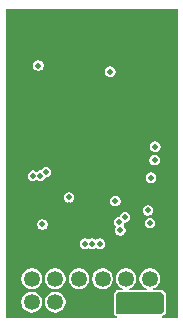
<source format=gbr>
%TF.GenerationSoftware,KiCad,Pcbnew,9.0.4-9.0.4-0~ubuntu22.04.1*%
%TF.CreationDate,2025-08-28T19:05:07+08:00*%
%TF.ProjectId,LoRa-TW,4c6f5261-2d54-4572-9e6b-696361645f70,0.1*%
%TF.SameCoordinates,Original*%
%TF.FileFunction,Copper,L2,Inr*%
%TF.FilePolarity,Positive*%
%FSLAX46Y46*%
G04 Gerber Fmt 4.6, Leading zero omitted, Abs format (unit mm)*
G04 Created by KiCad (PCBNEW 9.0.4-9.0.4-0~ubuntu22.04.1) date 2025-08-28 19:05:07*
%MOMM*%
%LPD*%
G01*
G04 APERTURE LIST*
%TA.AperFunction,ComponentPad*%
%ADD10R,1.350000X1.350000*%
%TD*%
%TA.AperFunction,ComponentPad*%
%ADD11C,1.350000*%
%TD*%
%TA.AperFunction,ViaPad*%
%ADD12C,0.500000*%
%TD*%
%TA.AperFunction,ViaPad*%
%ADD13C,0.480000*%
%TD*%
%TA.AperFunction,Conductor*%
%ADD14C,0.200000*%
%TD*%
G04 APERTURE END LIST*
D10*
%TO.N,VDD*%
%TO.C,J2*%
X159480000Y-112760000D03*
D11*
%TO.N,Net-(J2-Pin_2)*%
X159480000Y-110760000D03*
%TO.N,VDD*%
X157480000Y-112760000D03*
%TO.N,Net-(J2-Pin_4)*%
X157480000Y-110760000D03*
%TO.N,GND*%
X155480000Y-112760000D03*
%TO.N,Net-(J2-Pin_6)*%
X155480000Y-110760000D03*
%TO.N,GND*%
X153480000Y-112760000D03*
%TO.N,Net-(J2-Pin_8)*%
X153480000Y-110760000D03*
%TO.N,Net-(J2-Pin_9)*%
X151480000Y-112760000D03*
%TO.N,Net-(J2-Pin_10)*%
X151480000Y-110760000D03*
%TO.N,/MCU_ANT_{SW}*%
X149480000Y-112760000D03*
%TO.N,Net-(J2-Pin_12)*%
X149480000Y-110760000D03*
%TD*%
D12*
%TO.N,GND*%
X154450000Y-95950000D03*
X161570000Y-96780000D03*
X147570000Y-96780000D03*
X160550000Y-93980000D03*
X152570000Y-88180000D03*
X147570000Y-113830000D03*
X154270000Y-102830000D03*
X157470000Y-94030000D03*
X157270000Y-88170000D03*
X161000000Y-91890000D03*
X152980000Y-92080000D03*
X152580000Y-108780000D03*
X157090251Y-104979765D03*
X153800000Y-105980000D03*
X159325000Y-88320000D03*
X161580000Y-108780000D03*
X158220000Y-88150000D03*
X154160000Y-92560000D03*
X148580000Y-100820000D03*
X160580000Y-97730000D03*
X154640000Y-93430000D03*
X148580000Y-95580000D03*
X147570000Y-98780000D03*
X150520000Y-89940000D03*
X156090000Y-98620000D03*
X160500000Y-101650000D03*
X148670000Y-104570000D03*
X148670000Y-108780000D03*
X149580000Y-89950000D03*
X148760000Y-107320000D03*
X158280000Y-93030000D03*
X154030000Y-104960000D03*
X151570000Y-108780000D03*
X150610000Y-90950000D03*
X150340000Y-100450000D03*
X150010000Y-95700000D03*
X148990000Y-93800000D03*
X156190000Y-94310000D03*
X153340000Y-92750000D03*
X147570000Y-94780000D03*
X155330000Y-102850000D03*
X161570000Y-101840000D03*
X157110000Y-108780000D03*
X160170000Y-88880000D03*
X154070000Y-88740000D03*
X155540000Y-101000000D03*
X149570000Y-89020000D03*
X153380000Y-98470000D03*
X147570000Y-95770000D03*
X158830000Y-106060000D03*
X154782500Y-103290000D03*
X158370000Y-96510000D03*
X149520000Y-99930000D03*
X156310000Y-94980000D03*
X150215000Y-99545000D03*
X147570000Y-108780000D03*
X156150000Y-113830000D03*
X159420000Y-96480000D03*
X154480000Y-112760000D03*
X149972752Y-94475128D03*
X147570000Y-91790000D03*
X148540000Y-89920000D03*
X161580000Y-95770000D03*
X151741887Y-106517996D03*
X148660000Y-102770000D03*
X158380000Y-97760000D03*
X153400000Y-89440000D03*
X149110000Y-109570000D03*
X154782500Y-102270125D03*
X149580000Y-108780000D03*
X149580000Y-90800000D03*
X154480000Y-113830000D03*
X150030000Y-109220000D03*
X147570000Y-93790000D03*
X153180000Y-97410000D03*
X158100000Y-91040000D03*
X151680000Y-107087600D03*
X151460000Y-106000000D03*
X157460000Y-97370000D03*
X154300000Y-89440000D03*
X154040000Y-103560000D03*
X151610000Y-91030000D03*
X158220000Y-105210000D03*
X150485033Y-104040000D03*
X148530000Y-90800000D03*
X159325000Y-91890000D03*
X154040000Y-95060000D03*
X156530000Y-104840000D03*
X157270000Y-89190000D03*
X159325000Y-88880000D03*
X155880000Y-101540000D03*
X149350000Y-100550000D03*
X156610000Y-90680000D03*
X160510000Y-100200000D03*
X154782500Y-101300000D03*
X161570000Y-102790000D03*
X148600000Y-94610000D03*
X153340000Y-94040000D03*
X152520000Y-92560000D03*
X161570000Y-100770000D03*
X147570000Y-103770000D03*
X149570000Y-88180000D03*
X149800000Y-96540000D03*
X150530000Y-89020000D03*
X160162500Y-88320000D03*
X153768683Y-107087600D03*
X149985165Y-105287015D03*
X158120000Y-89100000D03*
X153520000Y-102980000D03*
X161570000Y-106770000D03*
X153740000Y-97060000D03*
X149990000Y-93920000D03*
X153780000Y-102300000D03*
X147570000Y-110520000D03*
X154290000Y-101790000D03*
X159325000Y-91280000D03*
X155400000Y-94230000D03*
X158490000Y-110150000D03*
X160570000Y-108780000D03*
X155580000Y-108780000D03*
X161000000Y-88320000D03*
X160560000Y-95230000D03*
X150450000Y-111710000D03*
X161610000Y-113830000D03*
X147570000Y-92780000D03*
X150450000Y-113780000D03*
X147570000Y-99780000D03*
X147570000Y-106780000D03*
X152550000Y-113790000D03*
X147570000Y-100780000D03*
X160162500Y-91890000D03*
X156510000Y-91350000D03*
X147570000Y-97780000D03*
X154570000Y-88190000D03*
X161610000Y-110520000D03*
X159420000Y-93030000D03*
X155440000Y-93490000D03*
X153780000Y-97850000D03*
X161570000Y-93030000D03*
X155770000Y-103270000D03*
X155430000Y-88190000D03*
X151960000Y-96950000D03*
X159430000Y-97730000D03*
X156080000Y-97940000D03*
X150510436Y-105492721D03*
X152590000Y-89010000D03*
X149570000Y-93250000D03*
X161570000Y-99780000D03*
X147570000Y-105780000D03*
X148530000Y-91800000D03*
X157270000Y-93030000D03*
X158270000Y-91970000D03*
X148560000Y-88180000D03*
X149240000Y-98580000D03*
X150340000Y-102800000D03*
X147570000Y-102780000D03*
X150570000Y-88180000D03*
X152550000Y-89920000D03*
X151570000Y-88180000D03*
X161000000Y-91280000D03*
X153560000Y-88180000D03*
X152653422Y-104543422D03*
X161580000Y-105790000D03*
X148570000Y-99170000D03*
X157460000Y-98110000D03*
X156290000Y-88180000D03*
X148560000Y-100060000D03*
X148680000Y-103610000D03*
X150570000Y-108780000D03*
X147580000Y-89930000D03*
X153510000Y-94770000D03*
X156650000Y-91940000D03*
X155600000Y-95040000D03*
X156370000Y-111780000D03*
X149480000Y-91740000D03*
X154660000Y-90870000D03*
X148470000Y-92740000D03*
X154480000Y-111800000D03*
X156850000Y-92510000D03*
X147570000Y-90780000D03*
X151198231Y-104025341D03*
X148580000Y-98160000D03*
X151540000Y-89940000D03*
X151220000Y-93980000D03*
X147570000Y-112080000D03*
X150990000Y-102700000D03*
X149340000Y-99330000D03*
X155670000Y-95920000D03*
X156330000Y-95900000D03*
X147570000Y-107820000D03*
X159650000Y-108720000D03*
X148580000Y-96430000D03*
X161570000Y-104780000D03*
X147570000Y-101780000D03*
X149960000Y-95100000D03*
X150410557Y-104768432D03*
X152760000Y-96790000D03*
X148590000Y-106670000D03*
X161580000Y-97770000D03*
X157480000Y-95280000D03*
X157270000Y-91020000D03*
X147570000Y-104820000D03*
X152300000Y-96100000D03*
X153410000Y-95570000D03*
X151960000Y-93860000D03*
X160270000Y-98880000D03*
X161570000Y-103770000D03*
X147570000Y-88970000D03*
X159410000Y-95230000D03*
X149480000Y-97410000D03*
X149739000Y-105845538D03*
X161610000Y-112080000D03*
X153560000Y-108780000D03*
X161570000Y-107800000D03*
X148580000Y-97310000D03*
X149180000Y-101370000D03*
X156160000Y-99384413D03*
X158350000Y-94010000D03*
X154020000Y-101220000D03*
X153480000Y-101540000D03*
X155750000Y-102280000D03*
X155300000Y-101790000D03*
X152170000Y-90490000D03*
X160570000Y-96480000D03*
X151550000Y-89020000D03*
X147570000Y-88190000D03*
X156790000Y-89500000D03*
X159400000Y-93980000D03*
X161580000Y-94030000D03*
X160570000Y-93030000D03*
X153950000Y-96430000D03*
X150080000Y-92010000D03*
X150950000Y-109810000D03*
X157270000Y-91930000D03*
X150640000Y-93800000D03*
X153200000Y-96200000D03*
X160162500Y-91280000D03*
X160610000Y-107900000D03*
X158360000Y-95260000D03*
X148530000Y-88990000D03*
X161580000Y-94860000D03*
X155880000Y-97030000D03*
X157490000Y-96530000D03*
X161580000Y-98780000D03*
X154570000Y-108780000D03*
X148680000Y-101950000D03*
X153710000Y-92080000D03*
X161000000Y-88880000D03*
%TO.N,VDD*%
X149580000Y-102060000D03*
X159570000Y-102210000D03*
X158403354Y-112178315D03*
X156890000Y-106000000D03*
X156980000Y-106680000D03*
X158460000Y-112760000D03*
X160390000Y-113500000D03*
X154602433Y-107811400D03*
X155230000Y-107811400D03*
X158460000Y-113410003D03*
X150690000Y-101750000D03*
X156890000Y-113490000D03*
X150200000Y-102060000D03*
X154010000Y-107800000D03*
X157364189Y-105571867D03*
X160400000Y-112220000D03*
%TO.N,/DIO2_ANT_{SW}*%
X156570000Y-104180000D03*
X156130000Y-93240000D03*
D13*
%TO.N,/DIO3_CLK_{EN}*%
X150390000Y-106180000D03*
X152630000Y-103890000D03*
D12*
%TO.N,/MCU_ANT_{SW}*%
X150040000Y-92720000D03*
%TO.N,Net-(J2-Pin_6)*%
X159900000Y-100710000D03*
D13*
%TO.N,Net-(J2-Pin_12)*%
X159313422Y-104986578D03*
%TO.N,Net-(J2-Pin_9)*%
X159480000Y-106040000D03*
D12*
%TO.N,Net-(J2-Pin_4)*%
X159940000Y-99590000D03*
%TD*%
D14*
%TO.N,VDD*%
X159480000Y-112760000D02*
X159480000Y-112210000D01*
%TD*%
%TA.AperFunction,Conductor*%
%TO.N,GND*%
G36*
X161842638Y-87918093D02*
G01*
X161868358Y-87962642D01*
X161869500Y-87975700D01*
X161869500Y-114024300D01*
X161851907Y-114072638D01*
X161807358Y-114098358D01*
X161794300Y-114099500D01*
X160552956Y-114099500D01*
X160504618Y-114081907D01*
X160478898Y-114037358D01*
X160487831Y-113986700D01*
X160524620Y-113955474D01*
X160524434Y-113955100D01*
X160525953Y-113954343D01*
X160526442Y-113953929D01*
X160527852Y-113953397D01*
X160527860Y-113953395D01*
X160573908Y-113930468D01*
X160631303Y-113888047D01*
X160638894Y-113880055D01*
X160655816Y-113866722D01*
X160666613Y-113860489D01*
X160750489Y-113776613D01*
X160766672Y-113748582D01*
X160777292Y-113734375D01*
X160778307Y-113733307D01*
X160782582Y-113728666D01*
X160785669Y-113725210D01*
X160825515Y-113658595D01*
X160843108Y-113610257D01*
X160855500Y-113539974D01*
X160855500Y-112129822D01*
X160855417Y-112123969D01*
X160855295Y-112119687D01*
X160838669Y-112044372D01*
X160818351Y-111997114D01*
X160779205Y-111937439D01*
X160661913Y-111812817D01*
X160661901Y-111812804D01*
X160653407Y-111804295D01*
X160653406Y-111804294D01*
X160653391Y-111804279D01*
X160646969Y-111798212D01*
X160576129Y-111754485D01*
X160576128Y-111754484D01*
X160576124Y-111754482D01*
X160527793Y-111736892D01*
X160457508Y-111724500D01*
X159817340Y-111724500D01*
X159769002Y-111706907D01*
X159743282Y-111662358D01*
X159752215Y-111611700D01*
X159788562Y-111579824D01*
X159806683Y-111572317D01*
X159894705Y-111535858D01*
X160038099Y-111440045D01*
X160160045Y-111318099D01*
X160255858Y-111174705D01*
X160321855Y-111015374D01*
X160355500Y-110846229D01*
X160355500Y-110673771D01*
X160321855Y-110504626D01*
X160255858Y-110345295D01*
X160160045Y-110201901D01*
X160160042Y-110201898D01*
X160160040Y-110201895D01*
X160038104Y-110079959D01*
X160038101Y-110079957D01*
X160038099Y-110079955D01*
X159894705Y-109984142D01*
X159894703Y-109984141D01*
X159735377Y-109918146D01*
X159735376Y-109918145D01*
X159566230Y-109884500D01*
X159566229Y-109884500D01*
X159393771Y-109884500D01*
X159393770Y-109884500D01*
X159224623Y-109918145D01*
X159224622Y-109918146D01*
X159065296Y-109984141D01*
X158921898Y-110079957D01*
X158921895Y-110079959D01*
X158799959Y-110201895D01*
X158799957Y-110201898D01*
X158704141Y-110345296D01*
X158638146Y-110504622D01*
X158638145Y-110504623D01*
X158604500Y-110673770D01*
X158604500Y-110846229D01*
X158638145Y-111015376D01*
X158638146Y-111015377D01*
X158704142Y-111174705D01*
X158799955Y-111318099D01*
X158799957Y-111318101D01*
X158799959Y-111318104D01*
X158921895Y-111440040D01*
X158921898Y-111440042D01*
X158921901Y-111440045D01*
X159065295Y-111535858D01*
X159140480Y-111567000D01*
X159171438Y-111579824D01*
X159209363Y-111614577D01*
X159216077Y-111665576D01*
X159188439Y-111708960D01*
X159142660Y-111724500D01*
X157817340Y-111724500D01*
X157769002Y-111706907D01*
X157743282Y-111662358D01*
X157752215Y-111611700D01*
X157788562Y-111579824D01*
X157806683Y-111572317D01*
X157894705Y-111535858D01*
X158038099Y-111440045D01*
X158160045Y-111318099D01*
X158255858Y-111174705D01*
X158321855Y-111015374D01*
X158355500Y-110846229D01*
X158355500Y-110673771D01*
X158321855Y-110504626D01*
X158255858Y-110345295D01*
X158160045Y-110201901D01*
X158160042Y-110201898D01*
X158160040Y-110201895D01*
X158038104Y-110079959D01*
X158038101Y-110079957D01*
X158038099Y-110079955D01*
X157894705Y-109984142D01*
X157894703Y-109984141D01*
X157735377Y-109918146D01*
X157735376Y-109918145D01*
X157566230Y-109884500D01*
X157566229Y-109884500D01*
X157393771Y-109884500D01*
X157393770Y-109884500D01*
X157224623Y-109918145D01*
X157224622Y-109918146D01*
X157065296Y-109984141D01*
X156921898Y-110079957D01*
X156921895Y-110079959D01*
X156799959Y-110201895D01*
X156799957Y-110201898D01*
X156704141Y-110345296D01*
X156638146Y-110504622D01*
X156638145Y-110504623D01*
X156604500Y-110673770D01*
X156604500Y-110846229D01*
X156638145Y-111015376D01*
X156638146Y-111015377D01*
X156704142Y-111174705D01*
X156799955Y-111318099D01*
X156799957Y-111318101D01*
X156799959Y-111318104D01*
X156921895Y-111440040D01*
X156921898Y-111440042D01*
X156921901Y-111440045D01*
X157065295Y-111535858D01*
X157140480Y-111567000D01*
X157171438Y-111579824D01*
X157209363Y-111614577D01*
X157216077Y-111665576D01*
X157188439Y-111708960D01*
X157142660Y-111724500D01*
X156792043Y-111724500D01*
X156792035Y-111724500D01*
X156792026Y-111724501D01*
X156762156Y-111727113D01*
X156762068Y-111727121D01*
X156753083Y-111727896D01*
X156752325Y-111727692D01*
X156750075Y-111727894D01*
X156746387Y-111728560D01*
X156737709Y-111730908D01*
X156736660Y-111731093D01*
X156730613Y-111732161D01*
X156730477Y-111732190D01*
X156729108Y-111732433D01*
X156729106Y-111732432D01*
X156729079Y-111732438D01*
X156718782Y-111734259D01*
X156718663Y-111734302D01*
X156717959Y-111734794D01*
X156715886Y-111735293D01*
X156715614Y-111735390D01*
X156685409Y-111750873D01*
X156685408Y-111750872D01*
X156681362Y-111752946D01*
X156662762Y-111759805D01*
X156660562Y-111761239D01*
X156661720Y-111763016D01*
X156640034Y-111774134D01*
X156640034Y-111774135D01*
X156634231Y-111777110D01*
X156634230Y-111777110D01*
X156630704Y-111780069D01*
X156623473Y-111785431D01*
X156619620Y-111787945D01*
X156619612Y-111787951D01*
X156567556Y-111836682D01*
X156567553Y-111836685D01*
X156564835Y-111840306D01*
X156551222Y-111860912D01*
X156551205Y-111860940D01*
X156532905Y-111892636D01*
X156520957Y-111908208D01*
X156502945Y-111926220D01*
X156502939Y-111926227D01*
X156483857Y-111948225D01*
X156483850Y-111948234D01*
X156480665Y-111952479D01*
X156450102Y-112010796D01*
X156450098Y-112010804D01*
X156435055Y-112055918D01*
X156435050Y-112055937D01*
X156424500Y-112120936D01*
X156424500Y-113494255D01*
X156425097Y-113509902D01*
X156425971Y-113521334D01*
X156427762Y-113536918D01*
X156457124Y-113727773D01*
X156457392Y-113729456D01*
X156457655Y-113731064D01*
X156457655Y-113731065D01*
X156482208Y-113800105D01*
X156482211Y-113800112D01*
X156482212Y-113800114D01*
X156507815Y-113844730D01*
X156538564Y-113885547D01*
X156579928Y-113912418D01*
X156607713Y-113930468D01*
X156615258Y-113935369D01*
X156663549Y-113953090D01*
X156663550Y-113953090D01*
X156665220Y-113953703D01*
X156704537Y-113986872D01*
X156713336Y-114037554D01*
X156687498Y-114082034D01*
X156639313Y-114099500D01*
X147345700Y-114099500D01*
X147297362Y-114081907D01*
X147271642Y-114037358D01*
X147270500Y-114024300D01*
X147270500Y-112673770D01*
X148604500Y-112673770D01*
X148604500Y-112846229D01*
X148638145Y-113015376D01*
X148638146Y-113015377D01*
X148704142Y-113174705D01*
X148799955Y-113318099D01*
X148799957Y-113318101D01*
X148799959Y-113318104D01*
X148921895Y-113440040D01*
X148921898Y-113440042D01*
X148921901Y-113440045D01*
X149065295Y-113535858D01*
X149224622Y-113601853D01*
X149224623Y-113601854D01*
X149224624Y-113601854D01*
X149224626Y-113601855D01*
X149337896Y-113624385D01*
X149393770Y-113635500D01*
X149393771Y-113635500D01*
X149566230Y-113635500D01*
X149608229Y-113627145D01*
X149735374Y-113601855D01*
X149894705Y-113535858D01*
X150038099Y-113440045D01*
X150160045Y-113318099D01*
X150255858Y-113174705D01*
X150321855Y-113015374D01*
X150355500Y-112846229D01*
X150355500Y-112673771D01*
X150355500Y-112673770D01*
X150604500Y-112673770D01*
X150604500Y-112846229D01*
X150638145Y-113015376D01*
X150638146Y-113015377D01*
X150704142Y-113174705D01*
X150799955Y-113318099D01*
X150799957Y-113318101D01*
X150799959Y-113318104D01*
X150921895Y-113440040D01*
X150921898Y-113440042D01*
X150921901Y-113440045D01*
X151065295Y-113535858D01*
X151224622Y-113601853D01*
X151224623Y-113601854D01*
X151224624Y-113601854D01*
X151224626Y-113601855D01*
X151337896Y-113624385D01*
X151393770Y-113635500D01*
X151393771Y-113635500D01*
X151566230Y-113635500D01*
X151608229Y-113627145D01*
X151735374Y-113601855D01*
X151894705Y-113535858D01*
X152038099Y-113440045D01*
X152160045Y-113318099D01*
X152255858Y-113174705D01*
X152321855Y-113015374D01*
X152355500Y-112846229D01*
X152355500Y-112673771D01*
X152321855Y-112504626D01*
X152255858Y-112345295D01*
X152160045Y-112201901D01*
X152160042Y-112201898D01*
X152160040Y-112201895D01*
X152038104Y-112079959D01*
X152038101Y-112079957D01*
X152038099Y-112079955D01*
X151894705Y-111984142D01*
X151894703Y-111984141D01*
X151735377Y-111918146D01*
X151735376Y-111918145D01*
X151566230Y-111884500D01*
X151566229Y-111884500D01*
X151393771Y-111884500D01*
X151393770Y-111884500D01*
X151224623Y-111918145D01*
X151224622Y-111918146D01*
X151065296Y-111984141D01*
X150921898Y-112079957D01*
X150921895Y-112079959D01*
X150799959Y-112201895D01*
X150799957Y-112201898D01*
X150704141Y-112345296D01*
X150638146Y-112504622D01*
X150638145Y-112504623D01*
X150604500Y-112673770D01*
X150355500Y-112673770D01*
X150321855Y-112504626D01*
X150255858Y-112345295D01*
X150160045Y-112201901D01*
X150160042Y-112201898D01*
X150160040Y-112201895D01*
X150038104Y-112079959D01*
X150038101Y-112079957D01*
X150038099Y-112079955D01*
X149894705Y-111984142D01*
X149894703Y-111984141D01*
X149735377Y-111918146D01*
X149735376Y-111918145D01*
X149566230Y-111884500D01*
X149566229Y-111884500D01*
X149393771Y-111884500D01*
X149393770Y-111884500D01*
X149224623Y-111918145D01*
X149224622Y-111918146D01*
X149065296Y-111984141D01*
X148921898Y-112079957D01*
X148921895Y-112079959D01*
X148799959Y-112201895D01*
X148799957Y-112201898D01*
X148704141Y-112345296D01*
X148638146Y-112504622D01*
X148638145Y-112504623D01*
X148604500Y-112673770D01*
X147270500Y-112673770D01*
X147270500Y-110673770D01*
X148604500Y-110673770D01*
X148604500Y-110846229D01*
X148638145Y-111015376D01*
X148638146Y-111015377D01*
X148704142Y-111174705D01*
X148799955Y-111318099D01*
X148799957Y-111318101D01*
X148799959Y-111318104D01*
X148921895Y-111440040D01*
X148921898Y-111440042D01*
X148921901Y-111440045D01*
X149065295Y-111535858D01*
X149224622Y-111601853D01*
X149224623Y-111601854D01*
X149224624Y-111601854D01*
X149224626Y-111601855D01*
X149337896Y-111624385D01*
X149393770Y-111635500D01*
X149393771Y-111635500D01*
X149566230Y-111635500D01*
X149608229Y-111627145D01*
X149735374Y-111601855D01*
X149894705Y-111535858D01*
X150038099Y-111440045D01*
X150160045Y-111318099D01*
X150255858Y-111174705D01*
X150321855Y-111015374D01*
X150355500Y-110846229D01*
X150355500Y-110673771D01*
X150355500Y-110673770D01*
X150604500Y-110673770D01*
X150604500Y-110846229D01*
X150638145Y-111015376D01*
X150638146Y-111015377D01*
X150704142Y-111174705D01*
X150799955Y-111318099D01*
X150799957Y-111318101D01*
X150799959Y-111318104D01*
X150921895Y-111440040D01*
X150921898Y-111440042D01*
X150921901Y-111440045D01*
X151065295Y-111535858D01*
X151224622Y-111601853D01*
X151224623Y-111601854D01*
X151224624Y-111601854D01*
X151224626Y-111601855D01*
X151337896Y-111624385D01*
X151393770Y-111635500D01*
X151393771Y-111635500D01*
X151566230Y-111635500D01*
X151608229Y-111627145D01*
X151735374Y-111601855D01*
X151894705Y-111535858D01*
X152038099Y-111440045D01*
X152160045Y-111318099D01*
X152255858Y-111174705D01*
X152321855Y-111015374D01*
X152355500Y-110846229D01*
X152355500Y-110673771D01*
X152355500Y-110673770D01*
X152604500Y-110673770D01*
X152604500Y-110846229D01*
X152638145Y-111015376D01*
X152638146Y-111015377D01*
X152704142Y-111174705D01*
X152799955Y-111318099D01*
X152799957Y-111318101D01*
X152799959Y-111318104D01*
X152921895Y-111440040D01*
X152921898Y-111440042D01*
X152921901Y-111440045D01*
X153065295Y-111535858D01*
X153224622Y-111601853D01*
X153224623Y-111601854D01*
X153224624Y-111601854D01*
X153224626Y-111601855D01*
X153337896Y-111624385D01*
X153393770Y-111635500D01*
X153393771Y-111635500D01*
X153566230Y-111635500D01*
X153608229Y-111627145D01*
X153735374Y-111601855D01*
X153894705Y-111535858D01*
X154038099Y-111440045D01*
X154160045Y-111318099D01*
X154255858Y-111174705D01*
X154321855Y-111015374D01*
X154355500Y-110846229D01*
X154355500Y-110673771D01*
X154355500Y-110673770D01*
X154604500Y-110673770D01*
X154604500Y-110846229D01*
X154638145Y-111015376D01*
X154638146Y-111015377D01*
X154704142Y-111174705D01*
X154799955Y-111318099D01*
X154799957Y-111318101D01*
X154799959Y-111318104D01*
X154921895Y-111440040D01*
X154921898Y-111440042D01*
X154921901Y-111440045D01*
X155065295Y-111535858D01*
X155224622Y-111601853D01*
X155224623Y-111601854D01*
X155224624Y-111601854D01*
X155224626Y-111601855D01*
X155337896Y-111624385D01*
X155393770Y-111635500D01*
X155393771Y-111635500D01*
X155566230Y-111635500D01*
X155608229Y-111627145D01*
X155735374Y-111601855D01*
X155894705Y-111535858D01*
X156038099Y-111440045D01*
X156160045Y-111318099D01*
X156255858Y-111174705D01*
X156321855Y-111015374D01*
X156355500Y-110846229D01*
X156355500Y-110673771D01*
X156321855Y-110504626D01*
X156255858Y-110345295D01*
X156160045Y-110201901D01*
X156160042Y-110201898D01*
X156160040Y-110201895D01*
X156038104Y-110079959D01*
X156038101Y-110079957D01*
X156038099Y-110079955D01*
X155894705Y-109984142D01*
X155894703Y-109984141D01*
X155735377Y-109918146D01*
X155735376Y-109918145D01*
X155566230Y-109884500D01*
X155566229Y-109884500D01*
X155393771Y-109884500D01*
X155393770Y-109884500D01*
X155224623Y-109918145D01*
X155224622Y-109918146D01*
X155065296Y-109984141D01*
X154921898Y-110079957D01*
X154921895Y-110079959D01*
X154799959Y-110201895D01*
X154799957Y-110201898D01*
X154704141Y-110345296D01*
X154638146Y-110504622D01*
X154638145Y-110504623D01*
X154604500Y-110673770D01*
X154355500Y-110673770D01*
X154321855Y-110504626D01*
X154255858Y-110345295D01*
X154160045Y-110201901D01*
X154160042Y-110201898D01*
X154160040Y-110201895D01*
X154038104Y-110079959D01*
X154038101Y-110079957D01*
X154038099Y-110079955D01*
X153894705Y-109984142D01*
X153894703Y-109984141D01*
X153735377Y-109918146D01*
X153735376Y-109918145D01*
X153566230Y-109884500D01*
X153566229Y-109884500D01*
X153393771Y-109884500D01*
X153393770Y-109884500D01*
X153224623Y-109918145D01*
X153224622Y-109918146D01*
X153065296Y-109984141D01*
X152921898Y-110079957D01*
X152921895Y-110079959D01*
X152799959Y-110201895D01*
X152799957Y-110201898D01*
X152704141Y-110345296D01*
X152638146Y-110504622D01*
X152638145Y-110504623D01*
X152604500Y-110673770D01*
X152355500Y-110673770D01*
X152321855Y-110504626D01*
X152255858Y-110345295D01*
X152160045Y-110201901D01*
X152160042Y-110201898D01*
X152160040Y-110201895D01*
X152038104Y-110079959D01*
X152038101Y-110079957D01*
X152038099Y-110079955D01*
X151894705Y-109984142D01*
X151894703Y-109984141D01*
X151735377Y-109918146D01*
X151735376Y-109918145D01*
X151566230Y-109884500D01*
X151566229Y-109884500D01*
X151393771Y-109884500D01*
X151393770Y-109884500D01*
X151224623Y-109918145D01*
X151224622Y-109918146D01*
X151065296Y-109984141D01*
X150921898Y-110079957D01*
X150921895Y-110079959D01*
X150799959Y-110201895D01*
X150799957Y-110201898D01*
X150704141Y-110345296D01*
X150638146Y-110504622D01*
X150638145Y-110504623D01*
X150604500Y-110673770D01*
X150355500Y-110673770D01*
X150321855Y-110504626D01*
X150255858Y-110345295D01*
X150160045Y-110201901D01*
X150160042Y-110201898D01*
X150160040Y-110201895D01*
X150038104Y-110079959D01*
X150038101Y-110079957D01*
X150038099Y-110079955D01*
X149894705Y-109984142D01*
X149894703Y-109984141D01*
X149735377Y-109918146D01*
X149735376Y-109918145D01*
X149566230Y-109884500D01*
X149566229Y-109884500D01*
X149393771Y-109884500D01*
X149393770Y-109884500D01*
X149224623Y-109918145D01*
X149224622Y-109918146D01*
X149065296Y-109984141D01*
X148921898Y-110079957D01*
X148921895Y-110079959D01*
X148799959Y-110201895D01*
X148799957Y-110201898D01*
X148704141Y-110345296D01*
X148638146Y-110504622D01*
X148638145Y-110504623D01*
X148604500Y-110673770D01*
X147270500Y-110673770D01*
X147270500Y-107740691D01*
X153559500Y-107740691D01*
X153559500Y-107859309D01*
X153562555Y-107870709D01*
X153590201Y-107973885D01*
X153590201Y-107973887D01*
X153649510Y-108076613D01*
X153733386Y-108160489D01*
X153761255Y-108176579D01*
X153836114Y-108219799D01*
X153950691Y-108250500D01*
X153950694Y-108250500D01*
X154069306Y-108250500D01*
X154069309Y-108250500D01*
X154183886Y-108219799D01*
X154258745Y-108176578D01*
X154309401Y-108167646D01*
X154333943Y-108176579D01*
X154428547Y-108231199D01*
X154543124Y-108261900D01*
X154543127Y-108261900D01*
X154661739Y-108261900D01*
X154661742Y-108261900D01*
X154776319Y-108231199D01*
X154878617Y-108172136D01*
X154929273Y-108163204D01*
X154953815Y-108172137D01*
X155023221Y-108212208D01*
X155056114Y-108231199D01*
X155170691Y-108261900D01*
X155170694Y-108261900D01*
X155289306Y-108261900D01*
X155289309Y-108261900D01*
X155403886Y-108231199D01*
X155506613Y-108171889D01*
X155590489Y-108088013D01*
X155649799Y-107985286D01*
X155680500Y-107870709D01*
X155680500Y-107752091D01*
X155649799Y-107637514D01*
X155643216Y-107626112D01*
X155590489Y-107534786D01*
X155506613Y-107450910D01*
X155403886Y-107391601D01*
X155289309Y-107360900D01*
X155170691Y-107360900D01*
X155056114Y-107391601D01*
X155056112Y-107391601D01*
X154953816Y-107450662D01*
X154903157Y-107459594D01*
X154878616Y-107450662D01*
X154776319Y-107391601D01*
X154661742Y-107360900D01*
X154543124Y-107360900D01*
X154428547Y-107391601D01*
X154428545Y-107391601D01*
X154353689Y-107434820D01*
X154303030Y-107443752D01*
X154278489Y-107434820D01*
X154183886Y-107380201D01*
X154069309Y-107349500D01*
X153950691Y-107349500D01*
X153836114Y-107380201D01*
X153836112Y-107380201D01*
X153733386Y-107439510D01*
X153649510Y-107523386D01*
X153590201Y-107626112D01*
X153590201Y-107626114D01*
X153559500Y-107740691D01*
X147270500Y-107740691D01*
X147270500Y-106122007D01*
X149949500Y-106122007D01*
X149949500Y-106237993D01*
X149979519Y-106350026D01*
X149979519Y-106350028D01*
X150037511Y-106450473D01*
X150119526Y-106532488D01*
X150177519Y-106565969D01*
X150219973Y-106590481D01*
X150332007Y-106620500D01*
X150332010Y-106620500D01*
X150447990Y-106620500D01*
X150447993Y-106620500D01*
X150560027Y-106590481D01*
X150660473Y-106532488D01*
X150742488Y-106450473D01*
X150800481Y-106350027D01*
X150830500Y-106237993D01*
X150830500Y-106122007D01*
X150800481Y-106009973D01*
X150789911Y-105991666D01*
X150779345Y-105973364D01*
X150779344Y-105973362D01*
X150760481Y-105940691D01*
X156439500Y-105940691D01*
X156439500Y-106059309D01*
X156470201Y-106173885D01*
X156470201Y-106173887D01*
X156529510Y-106276613D01*
X156592168Y-106339271D01*
X156613908Y-106385891D01*
X156604119Y-106430045D01*
X156560201Y-106506112D01*
X156560201Y-106506114D01*
X156529500Y-106620691D01*
X156529500Y-106739309D01*
X156560201Y-106853885D01*
X156560201Y-106853887D01*
X156619510Y-106956613D01*
X156703386Y-107040489D01*
X156762696Y-107074731D01*
X156806114Y-107099799D01*
X156920691Y-107130500D01*
X156920694Y-107130500D01*
X157039306Y-107130500D01*
X157039309Y-107130500D01*
X157153886Y-107099799D01*
X157256613Y-107040489D01*
X157340489Y-106956613D01*
X157399799Y-106853886D01*
X157430500Y-106739309D01*
X157430500Y-106620691D01*
X157399799Y-106506114D01*
X157367679Y-106450481D01*
X157340489Y-106403386D01*
X157277831Y-106340728D01*
X157256091Y-106294108D01*
X157265879Y-106249956D01*
X157309799Y-106173886D01*
X157335464Y-106078102D01*
X157364968Y-106035967D01*
X157408101Y-106022367D01*
X157423495Y-106022367D01*
X157423498Y-106022367D01*
X157538075Y-105991666D01*
X157554805Y-105982007D01*
X159039500Y-105982007D01*
X159039500Y-106097993D01*
X159069519Y-106210026D01*
X159069519Y-106210028D01*
X159127511Y-106310473D01*
X159209526Y-106392488D01*
X159228404Y-106403387D01*
X159309973Y-106450481D01*
X159422007Y-106480500D01*
X159422010Y-106480500D01*
X159537990Y-106480500D01*
X159537993Y-106480500D01*
X159650027Y-106450481D01*
X159750473Y-106392488D01*
X159832488Y-106310473D01*
X159890481Y-106210027D01*
X159920500Y-106097993D01*
X159920500Y-105982007D01*
X159890481Y-105869973D01*
X159865966Y-105827512D01*
X159832488Y-105769526D01*
X159750473Y-105687511D01*
X159650027Y-105629519D01*
X159537993Y-105599500D01*
X159422007Y-105599500D01*
X159309973Y-105629519D01*
X159309971Y-105629519D01*
X159209526Y-105687511D01*
X159127511Y-105769526D01*
X159069519Y-105869971D01*
X159069519Y-105869973D01*
X159039500Y-105982007D01*
X157554805Y-105982007D01*
X157640802Y-105932356D01*
X157649255Y-105923904D01*
X157724678Y-105848480D01*
X157736784Y-105827512D01*
X157783988Y-105745753D01*
X157814689Y-105631176D01*
X157814689Y-105512558D01*
X157783988Y-105397981D01*
X157749973Y-105339066D01*
X157724678Y-105295253D01*
X157640802Y-105211377D01*
X157538075Y-105152068D01*
X157423498Y-105121367D01*
X157304880Y-105121367D01*
X157190303Y-105152068D01*
X157190301Y-105152068D01*
X157087575Y-105211377D01*
X157003699Y-105295253D01*
X156944390Y-105397979D01*
X156944390Y-105397981D01*
X156918724Y-105493764D01*
X156889221Y-105535900D01*
X156846088Y-105549500D01*
X156830691Y-105549500D01*
X156716114Y-105580201D01*
X156716112Y-105580201D01*
X156613386Y-105639510D01*
X156529510Y-105723386D01*
X156470201Y-105826112D01*
X156470201Y-105826114D01*
X156439500Y-105940691D01*
X150760481Y-105940691D01*
X150742488Y-105909526D01*
X150660473Y-105827511D01*
X150560027Y-105769519D01*
X150447993Y-105739500D01*
X150332007Y-105739500D01*
X150219973Y-105769519D01*
X150219971Y-105769519D01*
X150119526Y-105827511D01*
X150037511Y-105909526D01*
X149979519Y-106009971D01*
X149979519Y-106009973D01*
X149949500Y-106122007D01*
X147270500Y-106122007D01*
X147270500Y-104928585D01*
X158872922Y-104928585D01*
X158872922Y-105044571D01*
X158902941Y-105156604D01*
X158902941Y-105156606D01*
X158960933Y-105257051D01*
X159042948Y-105339066D01*
X159100941Y-105372547D01*
X159143395Y-105397059D01*
X159255429Y-105427078D01*
X159255432Y-105427078D01*
X159371412Y-105427078D01*
X159371415Y-105427078D01*
X159483449Y-105397059D01*
X159583895Y-105339066D01*
X159665910Y-105257051D01*
X159723903Y-105156605D01*
X159753922Y-105044571D01*
X159753922Y-104928585D01*
X159723903Y-104816551D01*
X159723902Y-104816549D01*
X159665910Y-104716104D01*
X159583895Y-104634089D01*
X159483449Y-104576097D01*
X159371415Y-104546078D01*
X159255429Y-104546078D01*
X159143395Y-104576097D01*
X159143393Y-104576097D01*
X159042948Y-104634089D01*
X158960933Y-104716104D01*
X158902941Y-104816549D01*
X158902941Y-104816551D01*
X158872922Y-104928585D01*
X147270500Y-104928585D01*
X147270500Y-103832007D01*
X152189500Y-103832007D01*
X152189500Y-103947993D01*
X152219519Y-104060026D01*
X152219519Y-104060028D01*
X152277511Y-104160473D01*
X152359526Y-104242488D01*
X152417519Y-104275969D01*
X152459973Y-104300481D01*
X152572007Y-104330500D01*
X152572010Y-104330500D01*
X152687990Y-104330500D01*
X152687993Y-104330500D01*
X152800027Y-104300481D01*
X152900473Y-104242488D01*
X152982488Y-104160473D01*
X153005456Y-104120691D01*
X156119500Y-104120691D01*
X156119500Y-104239309D01*
X156143935Y-104330500D01*
X156150201Y-104353885D01*
X156150201Y-104353887D01*
X156209510Y-104456613D01*
X156293386Y-104540489D01*
X156303067Y-104546078D01*
X156396114Y-104599799D01*
X156510691Y-104630500D01*
X156510694Y-104630500D01*
X156629306Y-104630500D01*
X156629309Y-104630500D01*
X156743886Y-104599799D01*
X156846613Y-104540489D01*
X156930489Y-104456613D01*
X156989799Y-104353886D01*
X157020500Y-104239309D01*
X157020500Y-104120691D01*
X156989799Y-104006114D01*
X156956241Y-103947990D01*
X156930489Y-103903386D01*
X156846613Y-103819510D01*
X156743886Y-103760201D01*
X156629309Y-103729500D01*
X156510691Y-103729500D01*
X156396114Y-103760201D01*
X156396112Y-103760201D01*
X156293386Y-103819510D01*
X156209510Y-103903386D01*
X156150201Y-104006112D01*
X156150201Y-104006114D01*
X156119500Y-104120691D01*
X153005456Y-104120691D01*
X153040481Y-104060027D01*
X153070500Y-103947993D01*
X153070500Y-103832007D01*
X153040481Y-103719973D01*
X153040480Y-103719971D01*
X152982488Y-103619526D01*
X152900473Y-103537511D01*
X152800027Y-103479519D01*
X152687993Y-103449500D01*
X152572007Y-103449500D01*
X152459973Y-103479519D01*
X152459971Y-103479519D01*
X152359526Y-103537511D01*
X152277511Y-103619526D01*
X152219519Y-103719971D01*
X152219519Y-103719973D01*
X152189500Y-103832007D01*
X147270500Y-103832007D01*
X147270500Y-102000691D01*
X149129500Y-102000691D01*
X149129500Y-102119309D01*
X149160201Y-102233885D01*
X149160201Y-102233887D01*
X149219510Y-102336613D01*
X149303386Y-102420489D01*
X149362696Y-102454731D01*
X149406114Y-102479799D01*
X149520691Y-102510500D01*
X149520694Y-102510500D01*
X149639306Y-102510500D01*
X149639309Y-102510500D01*
X149753886Y-102479799D01*
X149794552Y-102456319D01*
X149852400Y-102422922D01*
X149903058Y-102413989D01*
X149927600Y-102422922D01*
X149985447Y-102456319D01*
X150026114Y-102479799D01*
X150140691Y-102510500D01*
X150140694Y-102510500D01*
X150259306Y-102510500D01*
X150259309Y-102510500D01*
X150373886Y-102479799D01*
X150476613Y-102420489D01*
X150560489Y-102336613D01*
X150617367Y-102238100D01*
X150656772Y-102205035D01*
X150682492Y-102200500D01*
X150749306Y-102200500D01*
X150749309Y-102200500D01*
X150863886Y-102169799D01*
X150896982Y-102150691D01*
X159119500Y-102150691D01*
X159119500Y-102269309D01*
X159150201Y-102383885D01*
X159150201Y-102383887D01*
X159209510Y-102486613D01*
X159293386Y-102570489D01*
X159352696Y-102604731D01*
X159396114Y-102629799D01*
X159510691Y-102660500D01*
X159510694Y-102660500D01*
X159629306Y-102660500D01*
X159629309Y-102660500D01*
X159743886Y-102629799D01*
X159846613Y-102570489D01*
X159930489Y-102486613D01*
X159989799Y-102383886D01*
X160020500Y-102269309D01*
X160020500Y-102150691D01*
X159989799Y-102036114D01*
X159984314Y-102026613D01*
X159930489Y-101933386D01*
X159846613Y-101849510D01*
X159743886Y-101790201D01*
X159629309Y-101759500D01*
X159510691Y-101759500D01*
X159396114Y-101790201D01*
X159396112Y-101790201D01*
X159293386Y-101849510D01*
X159209510Y-101933386D01*
X159150201Y-102036112D01*
X159150201Y-102036114D01*
X159119500Y-102150691D01*
X150896982Y-102150691D01*
X150966613Y-102110489D01*
X150984515Y-102092588D01*
X151050489Y-102026613D01*
X151065455Y-102000691D01*
X151109799Y-101923886D01*
X151140500Y-101809309D01*
X151140500Y-101690691D01*
X151109799Y-101576114D01*
X151107366Y-101571900D01*
X151050489Y-101473386D01*
X150966613Y-101389510D01*
X150863886Y-101330201D01*
X150749309Y-101299500D01*
X150630691Y-101299500D01*
X150516114Y-101330201D01*
X150516112Y-101330201D01*
X150413386Y-101389510D01*
X150329510Y-101473386D01*
X150272634Y-101571900D01*
X150233229Y-101604965D01*
X150207509Y-101609500D01*
X150140691Y-101609500D01*
X150026114Y-101640201D01*
X150026108Y-101640203D01*
X149927599Y-101697077D01*
X149876941Y-101706009D01*
X149852401Y-101697077D01*
X149753891Y-101640203D01*
X149753887Y-101640201D01*
X149753886Y-101640201D01*
X149639309Y-101609500D01*
X149520691Y-101609500D01*
X149406114Y-101640201D01*
X149406112Y-101640201D01*
X149303386Y-101699510D01*
X149219510Y-101783386D01*
X149160201Y-101886112D01*
X149160201Y-101886114D01*
X149129500Y-102000691D01*
X147270500Y-102000691D01*
X147270500Y-100650691D01*
X159449500Y-100650691D01*
X159449500Y-100769309D01*
X159480201Y-100883885D01*
X159480201Y-100883887D01*
X159539510Y-100986613D01*
X159623386Y-101070489D01*
X159682696Y-101104731D01*
X159726114Y-101129799D01*
X159840691Y-101160500D01*
X159840694Y-101160500D01*
X159959306Y-101160500D01*
X159959309Y-101160500D01*
X160073886Y-101129799D01*
X160176613Y-101070489D01*
X160260489Y-100986613D01*
X160319799Y-100883886D01*
X160350500Y-100769309D01*
X160350500Y-100650691D01*
X160319799Y-100536114D01*
X160319798Y-100536112D01*
X160260489Y-100433386D01*
X160176613Y-100349510D01*
X160073886Y-100290201D01*
X159959309Y-100259500D01*
X159840691Y-100259500D01*
X159726114Y-100290201D01*
X159726112Y-100290201D01*
X159623386Y-100349510D01*
X159539510Y-100433386D01*
X159480201Y-100536112D01*
X159480201Y-100536114D01*
X159449500Y-100650691D01*
X147270500Y-100650691D01*
X147270500Y-99530691D01*
X159489500Y-99530691D01*
X159489500Y-99649309D01*
X159520201Y-99763885D01*
X159520201Y-99763887D01*
X159579510Y-99866613D01*
X159663386Y-99950489D01*
X159722696Y-99984731D01*
X159766114Y-100009799D01*
X159880691Y-100040500D01*
X159880694Y-100040500D01*
X159999306Y-100040500D01*
X159999309Y-100040500D01*
X160113886Y-100009799D01*
X160216613Y-99950489D01*
X160300489Y-99866613D01*
X160359799Y-99763886D01*
X160390500Y-99649309D01*
X160390500Y-99530691D01*
X160359799Y-99416114D01*
X160359798Y-99416112D01*
X160300489Y-99313386D01*
X160216613Y-99229510D01*
X160113886Y-99170201D01*
X159999309Y-99139500D01*
X159880691Y-99139500D01*
X159766114Y-99170201D01*
X159766112Y-99170201D01*
X159663386Y-99229510D01*
X159579510Y-99313386D01*
X159520201Y-99416112D01*
X159520201Y-99416114D01*
X159489500Y-99530691D01*
X147270500Y-99530691D01*
X147270500Y-93180691D01*
X155679500Y-93180691D01*
X155679500Y-93299309D01*
X155710201Y-93413885D01*
X155710201Y-93413887D01*
X155769510Y-93516613D01*
X155853386Y-93600489D01*
X155912696Y-93634731D01*
X155956114Y-93659799D01*
X156070691Y-93690500D01*
X156070694Y-93690500D01*
X156189306Y-93690500D01*
X156189309Y-93690500D01*
X156303886Y-93659799D01*
X156406613Y-93600489D01*
X156490489Y-93516613D01*
X156549799Y-93413886D01*
X156580500Y-93299309D01*
X156580500Y-93180691D01*
X156549799Y-93066114D01*
X156549798Y-93066112D01*
X156490489Y-92963386D01*
X156406613Y-92879510D01*
X156303886Y-92820201D01*
X156189309Y-92789500D01*
X156070691Y-92789500D01*
X155956114Y-92820201D01*
X155956112Y-92820201D01*
X155853386Y-92879510D01*
X155769510Y-92963386D01*
X155710201Y-93066112D01*
X155710201Y-93066114D01*
X155679500Y-93180691D01*
X147270500Y-93180691D01*
X147270500Y-92660691D01*
X149589500Y-92660691D01*
X149589500Y-92779309D01*
X149620201Y-92893885D01*
X149620201Y-92893887D01*
X149679510Y-92996613D01*
X149763386Y-93080489D01*
X149815604Y-93110637D01*
X149866114Y-93139799D01*
X149980691Y-93170500D01*
X149980694Y-93170500D01*
X150099306Y-93170500D01*
X150099309Y-93170500D01*
X150213886Y-93139799D01*
X150316613Y-93080489D01*
X150400489Y-92996613D01*
X150459799Y-92893886D01*
X150490500Y-92779309D01*
X150490500Y-92660691D01*
X150459799Y-92546114D01*
X150459798Y-92546112D01*
X150400489Y-92443386D01*
X150316613Y-92359510D01*
X150213886Y-92300201D01*
X150099309Y-92269500D01*
X149980691Y-92269500D01*
X149866114Y-92300201D01*
X149866112Y-92300201D01*
X149763386Y-92359510D01*
X149679510Y-92443386D01*
X149620201Y-92546112D01*
X149620201Y-92546114D01*
X149589500Y-92660691D01*
X147270500Y-92660691D01*
X147270500Y-87975700D01*
X147288093Y-87927362D01*
X147332642Y-87901642D01*
X147345700Y-87900500D01*
X161794300Y-87900500D01*
X161842638Y-87918093D01*
G37*
%TD.AperFunction*%
%TD*%
%TA.AperFunction,Conductor*%
%TO.N,VDD*%
G36*
X160505846Y-111947593D02*
G01*
X160512268Y-111953660D01*
X160627225Y-112075802D01*
X160629560Y-112078282D01*
X160649878Y-112125540D01*
X160650000Y-112129822D01*
X160650000Y-113539974D01*
X160632407Y-113588312D01*
X160629320Y-113591768D01*
X160482316Y-113746508D01*
X160436268Y-113769435D01*
X160427598Y-113769914D01*
X156734344Y-113760169D01*
X156686053Y-113742448D01*
X156660450Y-113697832D01*
X156660216Y-113696404D01*
X156630874Y-113505681D01*
X156630000Y-113494246D01*
X156630000Y-112120936D01*
X156645050Y-112075802D01*
X156648248Y-112071539D01*
X156692401Y-112027387D01*
X156729182Y-111963677D01*
X156731893Y-111960066D01*
X156749874Y-111948336D01*
X156766322Y-111934535D01*
X156772777Y-111933396D01*
X156774977Y-111931962D01*
X156778501Y-111932387D01*
X156792043Y-111930000D01*
X160457508Y-111930000D01*
X160505846Y-111947593D01*
G37*
%TD.AperFunction*%
%TD*%
M02*

</source>
